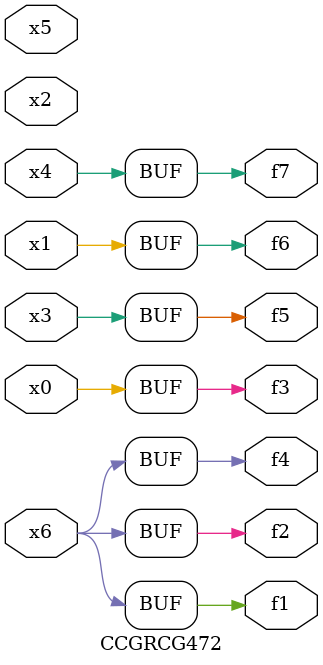
<source format=v>
module CCGRCG472(
	input x0, x1, x2, x3, x4, x5, x6,
	output f1, f2, f3, f4, f5, f6, f7
);
	assign f1 = x6;
	assign f2 = x6;
	assign f3 = x0;
	assign f4 = x6;
	assign f5 = x3;
	assign f6 = x1;
	assign f7 = x4;
endmodule

</source>
